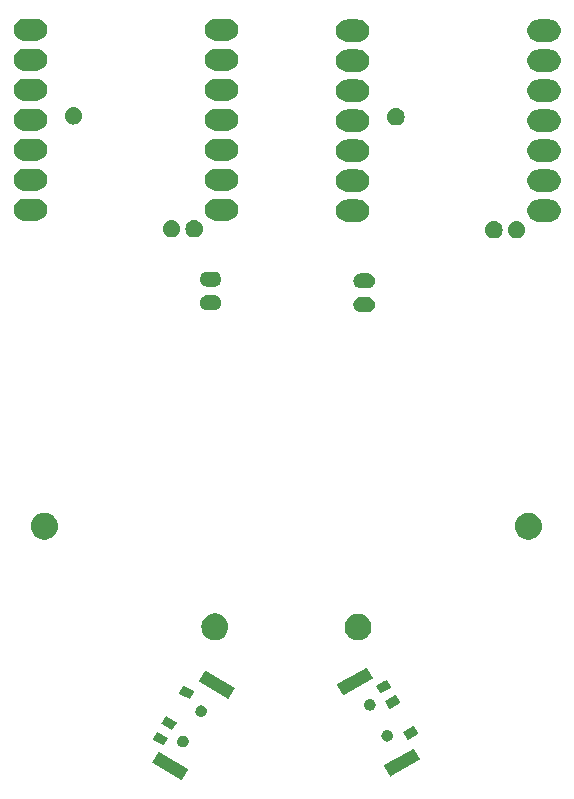
<source format=gbs>
G04 #@! TF.GenerationSoftware,KiCad,Pcbnew,8.0.7*
G04 #@! TF.CreationDate,2025-01-01T00:14:10+01:00*
G04 #@! TF.ProjectId,corne-xiao,636f726e-652d-4786-9961-6f2e6b696361,1.1*
G04 #@! TF.SameCoordinates,Original*
G04 #@! TF.FileFunction,Soldermask,Bot*
G04 #@! TF.FilePolarity,Negative*
%FSLAX46Y46*%
G04 Gerber Fmt 4.6, Leading zero omitted, Abs format (unit mm)*
G04 Created by KiCad (PCBNEW 8.0.7) date 2025-01-01 00:14:10*
%MOMM*%
%LPD*%
G01*
G04 APERTURE LIST*
G04 APERTURE END LIST*
G36*
X138880731Y-93670681D02*
G01*
X141305603Y-95070681D01*
X141316750Y-95080458D01*
X141323308Y-95093755D01*
X141324277Y-95108550D01*
X141319512Y-95122590D01*
X140819512Y-95988616D01*
X140809735Y-95999763D01*
X140796438Y-96006321D01*
X140781643Y-96007290D01*
X140767603Y-96002525D01*
X138342731Y-94602525D01*
X138331584Y-94592748D01*
X138325026Y-94579451D01*
X138324057Y-94564656D01*
X138328822Y-94550616D01*
X138828822Y-93684590D01*
X138838599Y-93673443D01*
X138851896Y-93666885D01*
X138866691Y-93665916D01*
X138880731Y-93670681D01*
G37*
G36*
X160423104Y-93378581D02*
G01*
X160436401Y-93385139D01*
X160446178Y-93396286D01*
X160946178Y-94262312D01*
X160950943Y-94276352D01*
X160949974Y-94291147D01*
X160943416Y-94304444D01*
X160932269Y-94314221D01*
X158507397Y-95714221D01*
X158493357Y-95718986D01*
X158478562Y-95718017D01*
X158465265Y-95711459D01*
X158455488Y-95700312D01*
X157955488Y-94834286D01*
X157950723Y-94820246D01*
X157951692Y-94805451D01*
X157958250Y-94792154D01*
X157969397Y-94782377D01*
X159938597Y-93645459D01*
X160388726Y-93385577D01*
X160388727Y-93385576D01*
X160394269Y-93382377D01*
X160408309Y-93377612D01*
X160423104Y-93378581D01*
G37*
G36*
X140946037Y-92268410D02*
G01*
X140982014Y-92268410D01*
X141011257Y-92276996D01*
X141038724Y-92280613D01*
X141075619Y-92295895D01*
X141115287Y-92307543D01*
X141136224Y-92320998D01*
X141156283Y-92329307D01*
X141193037Y-92357510D01*
X141232136Y-92382637D01*
X141244741Y-92397183D01*
X141257235Y-92406771D01*
X141289625Y-92448983D01*
X141323096Y-92487610D01*
X141328728Y-92499942D01*
X141334699Y-92507724D01*
X141358272Y-92564635D01*
X141380797Y-92613958D01*
X141381910Y-92621704D01*
X141383393Y-92625283D01*
X141393907Y-92705146D01*
X141400564Y-92751443D01*
X141393907Y-92797739D01*
X141383393Y-92877603D01*
X141381910Y-92881181D01*
X141380797Y-92888928D01*
X141358272Y-92938250D01*
X141334699Y-92995162D01*
X141328728Y-93002943D01*
X141323096Y-93015276D01*
X141289621Y-93053907D01*
X141257235Y-93096114D01*
X141244743Y-93105699D01*
X141232136Y-93120249D01*
X141193029Y-93145381D01*
X141156283Y-93173578D01*
X141136228Y-93181884D01*
X141115287Y-93195343D01*
X141075610Y-93206993D01*
X141038724Y-93222272D01*
X141011263Y-93225887D01*
X140982014Y-93234476D01*
X140946029Y-93234476D01*
X140912564Y-93238882D01*
X140879098Y-93234476D01*
X140843114Y-93234476D01*
X140813864Y-93225887D01*
X140786403Y-93222272D01*
X140749513Y-93206992D01*
X140709841Y-93195343D01*
X140688901Y-93181885D01*
X140668844Y-93173578D01*
X140632092Y-93145377D01*
X140592992Y-93120249D01*
X140580386Y-93105701D01*
X140567892Y-93096114D01*
X140535497Y-93053896D01*
X140502032Y-93015276D01*
X140496401Y-93002946D01*
X140490428Y-92995162D01*
X140466844Y-92938226D01*
X140444331Y-92888928D01*
X140443217Y-92881185D01*
X140441734Y-92877603D01*
X140431208Y-92797657D01*
X140424564Y-92751443D01*
X140431208Y-92705228D01*
X140441734Y-92625283D01*
X140443217Y-92621700D01*
X140444331Y-92613958D01*
X140466844Y-92564659D01*
X140490428Y-92507724D01*
X140496401Y-92499939D01*
X140502032Y-92487610D01*
X140535493Y-92448993D01*
X140567892Y-92406771D01*
X140580388Y-92397181D01*
X140592992Y-92382637D01*
X140632088Y-92357511D01*
X140668845Y-92329307D01*
X140688903Y-92320998D01*
X140709841Y-92307543D01*
X140749508Y-92295895D01*
X140786404Y-92280613D01*
X140813870Y-92276996D01*
X140843114Y-92268410D01*
X140879091Y-92268410D01*
X140912564Y-92264003D01*
X140946037Y-92268410D01*
G37*
G36*
X138739706Y-91914944D02*
G01*
X139605732Y-92414944D01*
X139616879Y-92424721D01*
X139623437Y-92438018D01*
X139624406Y-92452813D01*
X139619641Y-92466853D01*
X139269641Y-93073071D01*
X139259864Y-93084218D01*
X139246567Y-93090776D01*
X139231772Y-93091745D01*
X139217732Y-93086980D01*
X138351706Y-92586980D01*
X138340559Y-92577203D01*
X138334001Y-92563906D01*
X138333032Y-92549111D01*
X138337797Y-92535071D01*
X138687797Y-91928853D01*
X138697574Y-91917706D01*
X138710871Y-91911148D01*
X138725666Y-91910179D01*
X138739706Y-91914944D01*
G37*
G36*
X158227607Y-91788600D02*
G01*
X158263584Y-91788600D01*
X158292827Y-91797186D01*
X158320294Y-91800803D01*
X158357189Y-91816085D01*
X158396857Y-91827733D01*
X158417794Y-91841188D01*
X158437853Y-91849497D01*
X158474607Y-91877700D01*
X158513706Y-91902827D01*
X158526311Y-91917373D01*
X158538805Y-91926961D01*
X158571195Y-91969173D01*
X158604666Y-92007800D01*
X158610298Y-92020132D01*
X158616269Y-92027914D01*
X158639842Y-92084825D01*
X158662367Y-92134148D01*
X158663480Y-92141894D01*
X158664963Y-92145473D01*
X158675477Y-92225336D01*
X158682134Y-92271633D01*
X158675477Y-92317929D01*
X158664963Y-92397793D01*
X158663480Y-92401371D01*
X158662367Y-92409118D01*
X158639842Y-92458440D01*
X158616269Y-92515352D01*
X158610298Y-92523133D01*
X158604666Y-92535466D01*
X158571191Y-92574097D01*
X158538805Y-92616304D01*
X158526313Y-92625889D01*
X158513706Y-92640439D01*
X158474599Y-92665571D01*
X158437853Y-92693768D01*
X158417798Y-92702074D01*
X158396857Y-92715533D01*
X158357180Y-92727183D01*
X158320294Y-92742462D01*
X158292833Y-92746077D01*
X158263584Y-92754666D01*
X158227599Y-92754666D01*
X158194134Y-92759072D01*
X158160668Y-92754666D01*
X158124684Y-92754666D01*
X158095434Y-92746077D01*
X158067973Y-92742462D01*
X158031083Y-92727182D01*
X157991411Y-92715533D01*
X157970471Y-92702075D01*
X157950414Y-92693768D01*
X157913662Y-92665567D01*
X157874562Y-92640439D01*
X157861956Y-92625891D01*
X157849462Y-92616304D01*
X157817067Y-92574086D01*
X157783602Y-92535466D01*
X157777971Y-92523136D01*
X157771998Y-92515352D01*
X157748414Y-92458416D01*
X157725901Y-92409118D01*
X157724787Y-92401375D01*
X157723304Y-92397793D01*
X157712778Y-92317847D01*
X157706134Y-92271633D01*
X157712778Y-92225418D01*
X157723304Y-92145473D01*
X157724787Y-92141890D01*
X157725901Y-92134148D01*
X157748414Y-92084849D01*
X157771998Y-92027914D01*
X157777971Y-92020129D01*
X157783602Y-92007800D01*
X157817063Y-91969183D01*
X157849462Y-91926961D01*
X157861958Y-91917371D01*
X157874562Y-91902827D01*
X157913658Y-91877701D01*
X157950415Y-91849497D01*
X157970473Y-91841188D01*
X157991411Y-91827733D01*
X158031078Y-91816085D01*
X158067974Y-91800803D01*
X158095440Y-91797186D01*
X158124684Y-91788600D01*
X158160661Y-91788600D01*
X158194134Y-91784193D01*
X158227607Y-91788600D01*
G37*
G36*
X160439129Y-91406338D02*
G01*
X160452426Y-91412896D01*
X160462203Y-91424043D01*
X160812203Y-92030261D01*
X160816968Y-92044301D01*
X160815999Y-92059096D01*
X160809441Y-92072393D01*
X160798294Y-92082170D01*
X159932268Y-92582170D01*
X159918228Y-92586935D01*
X159903433Y-92585966D01*
X159890136Y-92579408D01*
X159880359Y-92568261D01*
X159530359Y-91962043D01*
X159525594Y-91948003D01*
X159526563Y-91933208D01*
X159533121Y-91919911D01*
X159544268Y-91910134D01*
X160130201Y-91571845D01*
X160404754Y-91413332D01*
X160404756Y-91413331D01*
X160410294Y-91410134D01*
X160424334Y-91405369D01*
X160439129Y-91406338D01*
G37*
G36*
X139489706Y-90615906D02*
G01*
X140355732Y-91115906D01*
X140366879Y-91125683D01*
X140373437Y-91138980D01*
X140374406Y-91153775D01*
X140369641Y-91167815D01*
X140019641Y-91774033D01*
X140009864Y-91785180D01*
X139996567Y-91791738D01*
X139981772Y-91792707D01*
X139967732Y-91787942D01*
X139101706Y-91287942D01*
X139090559Y-91278165D01*
X139084001Y-91264868D01*
X139083032Y-91250073D01*
X139087797Y-91236033D01*
X139437797Y-90629815D01*
X139447574Y-90618668D01*
X139460871Y-90612110D01*
X139475666Y-90611141D01*
X139489706Y-90615906D01*
G37*
G36*
X142489339Y-89695334D02*
G01*
X142525316Y-89695334D01*
X142554559Y-89703920D01*
X142582026Y-89707537D01*
X142618921Y-89722819D01*
X142658589Y-89734467D01*
X142679526Y-89747922D01*
X142699585Y-89756231D01*
X142736339Y-89784434D01*
X142775438Y-89809561D01*
X142788043Y-89824107D01*
X142800537Y-89833695D01*
X142832927Y-89875907D01*
X142866398Y-89914534D01*
X142872030Y-89926866D01*
X142878001Y-89934648D01*
X142901574Y-89991559D01*
X142924099Y-90040882D01*
X142925212Y-90048628D01*
X142926695Y-90052207D01*
X142937209Y-90132070D01*
X142943866Y-90178367D01*
X142937209Y-90224663D01*
X142926695Y-90304527D01*
X142925212Y-90308105D01*
X142924099Y-90315852D01*
X142901574Y-90365174D01*
X142878001Y-90422086D01*
X142872030Y-90429867D01*
X142866398Y-90442200D01*
X142832923Y-90480831D01*
X142800537Y-90523038D01*
X142788045Y-90532623D01*
X142775438Y-90547173D01*
X142736331Y-90572305D01*
X142699585Y-90600502D01*
X142679530Y-90608808D01*
X142658589Y-90622267D01*
X142618912Y-90633917D01*
X142582026Y-90649196D01*
X142554565Y-90652811D01*
X142525316Y-90661400D01*
X142489331Y-90661400D01*
X142455866Y-90665806D01*
X142422400Y-90661400D01*
X142386416Y-90661400D01*
X142357166Y-90652811D01*
X142329705Y-90649196D01*
X142292815Y-90633916D01*
X142253143Y-90622267D01*
X142232203Y-90608809D01*
X142212146Y-90600502D01*
X142175394Y-90572301D01*
X142136294Y-90547173D01*
X142123688Y-90532625D01*
X142111194Y-90523038D01*
X142078799Y-90480820D01*
X142045334Y-90442200D01*
X142039703Y-90429870D01*
X142033730Y-90422086D01*
X142010146Y-90365150D01*
X141987633Y-90315852D01*
X141986519Y-90308109D01*
X141985036Y-90304527D01*
X141974510Y-90224581D01*
X141967866Y-90178367D01*
X141974510Y-90132152D01*
X141985036Y-90052207D01*
X141986519Y-90048624D01*
X141987633Y-90040882D01*
X142010146Y-89991583D01*
X142033730Y-89934648D01*
X142039703Y-89926863D01*
X142045334Y-89914534D01*
X142078795Y-89875917D01*
X142111194Y-89833695D01*
X142123690Y-89824105D01*
X142136294Y-89809561D01*
X142175390Y-89784435D01*
X142212147Y-89756231D01*
X142232205Y-89747922D01*
X142253143Y-89734467D01*
X142292810Y-89722819D01*
X142329706Y-89707537D01*
X142357172Y-89703920D01*
X142386416Y-89695334D01*
X142422393Y-89695334D01*
X142455866Y-89690927D01*
X142489339Y-89695334D01*
G37*
G36*
X156770909Y-89165524D02*
G01*
X156806886Y-89165524D01*
X156836129Y-89174110D01*
X156863596Y-89177727D01*
X156900491Y-89193009D01*
X156940159Y-89204657D01*
X156961096Y-89218112D01*
X156981155Y-89226421D01*
X157017909Y-89254624D01*
X157057008Y-89279751D01*
X157069613Y-89294297D01*
X157082107Y-89303885D01*
X157114497Y-89346097D01*
X157147968Y-89384724D01*
X157153600Y-89397056D01*
X157159571Y-89404838D01*
X157183144Y-89461749D01*
X157205669Y-89511072D01*
X157206782Y-89518818D01*
X157208265Y-89522397D01*
X157218779Y-89602260D01*
X157225436Y-89648557D01*
X157218779Y-89694853D01*
X157208265Y-89774717D01*
X157206782Y-89778295D01*
X157205669Y-89786042D01*
X157183144Y-89835364D01*
X157159571Y-89892276D01*
X157153600Y-89900057D01*
X157147968Y-89912390D01*
X157114493Y-89951021D01*
X157082107Y-89993228D01*
X157069615Y-90002813D01*
X157057008Y-90017363D01*
X157017901Y-90042495D01*
X156981155Y-90070692D01*
X156961100Y-90078998D01*
X156940159Y-90092457D01*
X156900482Y-90104107D01*
X156863596Y-90119386D01*
X156836135Y-90123001D01*
X156806886Y-90131590D01*
X156770901Y-90131590D01*
X156737436Y-90135996D01*
X156703970Y-90131590D01*
X156667986Y-90131590D01*
X156638736Y-90123001D01*
X156611275Y-90119386D01*
X156574385Y-90104106D01*
X156534713Y-90092457D01*
X156513773Y-90078999D01*
X156493716Y-90070692D01*
X156456964Y-90042491D01*
X156417864Y-90017363D01*
X156405258Y-90002815D01*
X156392764Y-89993228D01*
X156360369Y-89951010D01*
X156326904Y-89912390D01*
X156321273Y-89900060D01*
X156315300Y-89892276D01*
X156291716Y-89835340D01*
X156269203Y-89786042D01*
X156268089Y-89778299D01*
X156266606Y-89774717D01*
X156256080Y-89694771D01*
X156249436Y-89648557D01*
X156256080Y-89602342D01*
X156266606Y-89522397D01*
X156268089Y-89518814D01*
X156269203Y-89511072D01*
X156291716Y-89461773D01*
X156315300Y-89404838D01*
X156321273Y-89397053D01*
X156326904Y-89384724D01*
X156360365Y-89346107D01*
X156392764Y-89303885D01*
X156405260Y-89294295D01*
X156417864Y-89279751D01*
X156456960Y-89254625D01*
X156493717Y-89226421D01*
X156513775Y-89218112D01*
X156534713Y-89204657D01*
X156574380Y-89193009D01*
X156611276Y-89177727D01*
X156638742Y-89174110D01*
X156667986Y-89165524D01*
X156703963Y-89165524D01*
X156737436Y-89161117D01*
X156770909Y-89165524D01*
G37*
G36*
X158939129Y-88808262D02*
G01*
X158952426Y-88814820D01*
X158962203Y-88825967D01*
X159312203Y-89432185D01*
X159316968Y-89446225D01*
X159315999Y-89461020D01*
X159309441Y-89474317D01*
X159298294Y-89484094D01*
X158432268Y-89984094D01*
X158418228Y-89988859D01*
X158403433Y-89987890D01*
X158390136Y-89981332D01*
X158380359Y-89970185D01*
X158030359Y-89363967D01*
X158025594Y-89349927D01*
X158026563Y-89335132D01*
X158033121Y-89321835D01*
X158044268Y-89312058D01*
X158630201Y-88973769D01*
X158904754Y-88815256D01*
X158904756Y-88815255D01*
X158910294Y-88812058D01*
X158924334Y-88807293D01*
X158939129Y-88808262D01*
G37*
G36*
X140989706Y-88017830D02*
G01*
X141855732Y-88517830D01*
X141866879Y-88527607D01*
X141873437Y-88540904D01*
X141874406Y-88555699D01*
X141869641Y-88569739D01*
X141519641Y-89175957D01*
X141509864Y-89187104D01*
X141496567Y-89193662D01*
X141481772Y-89194631D01*
X141467732Y-89189866D01*
X140601706Y-88689866D01*
X140590559Y-88680089D01*
X140584001Y-88666792D01*
X140583032Y-88651997D01*
X140587797Y-88637957D01*
X140937797Y-88031739D01*
X140947574Y-88020592D01*
X140960871Y-88014034D01*
X140975666Y-88013065D01*
X140989706Y-88017830D01*
G37*
G36*
X142855731Y-86785779D02*
G01*
X145280603Y-88185779D01*
X145291750Y-88195556D01*
X145298308Y-88208853D01*
X145299277Y-88223648D01*
X145294512Y-88237688D01*
X144794512Y-89103714D01*
X144784735Y-89114861D01*
X144771438Y-89121419D01*
X144756643Y-89122388D01*
X144742603Y-89117623D01*
X142317731Y-87717623D01*
X142306584Y-87707846D01*
X142300026Y-87694549D01*
X142299057Y-87679754D01*
X142303822Y-87665714D01*
X142803822Y-86799688D01*
X142813599Y-86788541D01*
X142826896Y-86781983D01*
X142841691Y-86781014D01*
X142855731Y-86785779D01*
G37*
G36*
X156448104Y-86493679D02*
G01*
X156461401Y-86500237D01*
X156471178Y-86511384D01*
X156971178Y-87377410D01*
X156975943Y-87391450D01*
X156974974Y-87406245D01*
X156968416Y-87419542D01*
X156957269Y-87429319D01*
X154532397Y-88829319D01*
X154518357Y-88834084D01*
X154503562Y-88833115D01*
X154490265Y-88826557D01*
X154480488Y-88815410D01*
X153980488Y-87949384D01*
X153975723Y-87935344D01*
X153976692Y-87920549D01*
X153983250Y-87907252D01*
X153994397Y-87897475D01*
X155963597Y-86760557D01*
X156413726Y-86500675D01*
X156413727Y-86500674D01*
X156419269Y-86497475D01*
X156433309Y-86492710D01*
X156448104Y-86493679D01*
G37*
G36*
X158189129Y-87509224D02*
G01*
X158202426Y-87515782D01*
X158212203Y-87526929D01*
X158562203Y-88133147D01*
X158566968Y-88147187D01*
X158565999Y-88161982D01*
X158559441Y-88175279D01*
X158548294Y-88185056D01*
X157682268Y-88685056D01*
X157668228Y-88689821D01*
X157653433Y-88688852D01*
X157640136Y-88682294D01*
X157630359Y-88671147D01*
X157280359Y-88064929D01*
X157275594Y-88050889D01*
X157276563Y-88036094D01*
X157283121Y-88022797D01*
X157294268Y-88013020D01*
X157905419Y-87660172D01*
X158154754Y-87516218D01*
X158154756Y-87516217D01*
X158160294Y-87513020D01*
X158174334Y-87508255D01*
X158189129Y-87509224D01*
G37*
G36*
X156042328Y-81960442D02*
G01*
X156238150Y-82036304D01*
X156416698Y-82146856D01*
X156571892Y-82288334D01*
X156698447Y-82455920D01*
X156792053Y-82643907D01*
X156849523Y-82845893D01*
X156868900Y-83055000D01*
X156849523Y-83264107D01*
X156792053Y-83466093D01*
X156698447Y-83654080D01*
X156571892Y-83821666D01*
X156416698Y-83963144D01*
X156238150Y-84073696D01*
X156042328Y-84149558D01*
X155835901Y-84188145D01*
X155625899Y-84188145D01*
X155419472Y-84149558D01*
X155223650Y-84073696D01*
X155045102Y-83963144D01*
X154889908Y-83821666D01*
X154763353Y-83654080D01*
X154669747Y-83466093D01*
X154612277Y-83264107D01*
X154592900Y-83055000D01*
X154612277Y-82845893D01*
X154669747Y-82643907D01*
X154763353Y-82455920D01*
X154889908Y-82288334D01*
X155045102Y-82146856D01*
X155223650Y-82036304D01*
X155419472Y-81960442D01*
X155625899Y-81921855D01*
X155835901Y-81921855D01*
X156042328Y-81960442D01*
G37*
G36*
X143925328Y-81950442D02*
G01*
X144121150Y-82026304D01*
X144299698Y-82136856D01*
X144454892Y-82278334D01*
X144581447Y-82445920D01*
X144675053Y-82633907D01*
X144732523Y-82835893D01*
X144751900Y-83045000D01*
X144732523Y-83254107D01*
X144675053Y-83456093D01*
X144581447Y-83644080D01*
X144454892Y-83811666D01*
X144299698Y-83953144D01*
X144121150Y-84063696D01*
X143925328Y-84139558D01*
X143718901Y-84178145D01*
X143508899Y-84178145D01*
X143302472Y-84139558D01*
X143106650Y-84063696D01*
X142928102Y-83953144D01*
X142772908Y-83811666D01*
X142646353Y-83644080D01*
X142552747Y-83456093D01*
X142495277Y-83254107D01*
X142475900Y-83045000D01*
X142495277Y-82835893D01*
X142552747Y-82633907D01*
X142646353Y-82445920D01*
X142772908Y-82278334D01*
X142928102Y-82136856D01*
X143106650Y-82026304D01*
X143302472Y-81950442D01*
X143508899Y-81911855D01*
X143718901Y-81911855D01*
X143925328Y-81950442D01*
G37*
G36*
X170474328Y-73439442D02*
G01*
X170670150Y-73515304D01*
X170848698Y-73625856D01*
X171003892Y-73767334D01*
X171130447Y-73934920D01*
X171224053Y-74122907D01*
X171281523Y-74324893D01*
X171300900Y-74534000D01*
X171281523Y-74743107D01*
X171224053Y-74945093D01*
X171130447Y-75133080D01*
X171003892Y-75300666D01*
X170848698Y-75442144D01*
X170670150Y-75552696D01*
X170474328Y-75628558D01*
X170267901Y-75667145D01*
X170057899Y-75667145D01*
X169851472Y-75628558D01*
X169655650Y-75552696D01*
X169477102Y-75442144D01*
X169321908Y-75300666D01*
X169195353Y-75133080D01*
X169101747Y-74945093D01*
X169044277Y-74743107D01*
X169024900Y-74534000D01*
X169044277Y-74324893D01*
X169101747Y-74122907D01*
X169195353Y-73934920D01*
X169321908Y-73767334D01*
X169477102Y-73625856D01*
X169655650Y-73515304D01*
X169851472Y-73439442D01*
X170057899Y-73400855D01*
X170267901Y-73400855D01*
X170474328Y-73439442D01*
G37*
G36*
X129493328Y-73429442D02*
G01*
X129689150Y-73505304D01*
X129867698Y-73615856D01*
X130022892Y-73757334D01*
X130149447Y-73924920D01*
X130243053Y-74112907D01*
X130300523Y-74314893D01*
X130319900Y-74524000D01*
X130300523Y-74733107D01*
X130243053Y-74935093D01*
X130149447Y-75123080D01*
X130022892Y-75290666D01*
X129867698Y-75432144D01*
X129689150Y-75542696D01*
X129493328Y-75618558D01*
X129286901Y-75657145D01*
X129076899Y-75657145D01*
X128870472Y-75618558D01*
X128674650Y-75542696D01*
X128496102Y-75432144D01*
X128340908Y-75290666D01*
X128214353Y-75123080D01*
X128120747Y-74935093D01*
X128063277Y-74733107D01*
X128043900Y-74524000D01*
X128063277Y-74314893D01*
X128120747Y-74112907D01*
X128214353Y-73924920D01*
X128340908Y-73757334D01*
X128496102Y-73615856D01*
X128674650Y-73505304D01*
X128870472Y-73429442D01*
X129076899Y-73390855D01*
X129286901Y-73390855D01*
X129493328Y-73429442D01*
G37*
G36*
X156597535Y-55105072D02*
G01*
X156720202Y-55129472D01*
X156835751Y-55177334D01*
X156939743Y-55246819D01*
X157028181Y-55335257D01*
X157097666Y-55439249D01*
X157145528Y-55554798D01*
X157169928Y-55677465D01*
X157169928Y-55802535D01*
X157145528Y-55925202D01*
X157097666Y-56040751D01*
X157028181Y-56144743D01*
X156939743Y-56233181D01*
X156835751Y-56302666D01*
X156720202Y-56350528D01*
X156597535Y-56374928D01*
X156535000Y-56378000D01*
X156533399Y-56378000D01*
X155986601Y-56378000D01*
X155985000Y-56378000D01*
X155922465Y-56374928D01*
X155799798Y-56350528D01*
X155684249Y-56302666D01*
X155580257Y-56233181D01*
X155491819Y-56144743D01*
X155422334Y-56040751D01*
X155374472Y-55925202D01*
X155350072Y-55802535D01*
X155350072Y-55677465D01*
X155374472Y-55554798D01*
X155422334Y-55439249D01*
X155491819Y-55335257D01*
X155580257Y-55246819D01*
X155684249Y-55177334D01*
X155799798Y-55129472D01*
X155922465Y-55105072D01*
X155985000Y-55102000D01*
X156535000Y-55102000D01*
X156597535Y-55105072D01*
G37*
G36*
X143587535Y-54965072D02*
G01*
X143710202Y-54989472D01*
X143825751Y-55037334D01*
X143929743Y-55106819D01*
X144018181Y-55195257D01*
X144087666Y-55299249D01*
X144135528Y-55414798D01*
X144159928Y-55537465D01*
X144159928Y-55662535D01*
X144135528Y-55785202D01*
X144087666Y-55900751D01*
X144018181Y-56004743D01*
X143929743Y-56093181D01*
X143825751Y-56162666D01*
X143710202Y-56210528D01*
X143587535Y-56234928D01*
X143525000Y-56238000D01*
X143523399Y-56238000D01*
X142976601Y-56238000D01*
X142975000Y-56238000D01*
X142912465Y-56234928D01*
X142789798Y-56210528D01*
X142674249Y-56162666D01*
X142570257Y-56093181D01*
X142481819Y-56004743D01*
X142412334Y-55900751D01*
X142364472Y-55785202D01*
X142340072Y-55662535D01*
X142340072Y-55537465D01*
X142364472Y-55414798D01*
X142412334Y-55299249D01*
X142481819Y-55195257D01*
X142570257Y-55106819D01*
X142674249Y-55037334D01*
X142789798Y-54989472D01*
X142912465Y-54965072D01*
X142975000Y-54962000D01*
X143525000Y-54962000D01*
X143587535Y-54965072D01*
G37*
G36*
X156597535Y-53105072D02*
G01*
X156720202Y-53129472D01*
X156835751Y-53177334D01*
X156939743Y-53246819D01*
X157028181Y-53335257D01*
X157097666Y-53439249D01*
X157145528Y-53554798D01*
X157169928Y-53677465D01*
X157169928Y-53802535D01*
X157145528Y-53925202D01*
X157097666Y-54040751D01*
X157028181Y-54144743D01*
X156939743Y-54233181D01*
X156835751Y-54302666D01*
X156720202Y-54350528D01*
X156597535Y-54374928D01*
X156535000Y-54378000D01*
X156533399Y-54378000D01*
X155986601Y-54378000D01*
X155985000Y-54378000D01*
X155922465Y-54374928D01*
X155799798Y-54350528D01*
X155684249Y-54302666D01*
X155580257Y-54233181D01*
X155491819Y-54144743D01*
X155422334Y-54040751D01*
X155374472Y-53925202D01*
X155350072Y-53802535D01*
X155350072Y-53677465D01*
X155374472Y-53554798D01*
X155422334Y-53439249D01*
X155491819Y-53335257D01*
X155580257Y-53246819D01*
X155684249Y-53177334D01*
X155799798Y-53129472D01*
X155922465Y-53105072D01*
X155985000Y-53102000D01*
X156535000Y-53102000D01*
X156597535Y-53105072D01*
G37*
G36*
X143587535Y-52965072D02*
G01*
X143710202Y-52989472D01*
X143825751Y-53037334D01*
X143929743Y-53106819D01*
X144018181Y-53195257D01*
X144087666Y-53299249D01*
X144135528Y-53414798D01*
X144159928Y-53537465D01*
X144159928Y-53662535D01*
X144135528Y-53785202D01*
X144087666Y-53900751D01*
X144018181Y-54004743D01*
X143929743Y-54093181D01*
X143825751Y-54162666D01*
X143710202Y-54210528D01*
X143587535Y-54234928D01*
X143525000Y-54238000D01*
X143523399Y-54238000D01*
X142976601Y-54238000D01*
X142975000Y-54238000D01*
X142912465Y-54234928D01*
X142789798Y-54210528D01*
X142674249Y-54162666D01*
X142570257Y-54093181D01*
X142481819Y-54004743D01*
X142412334Y-53900751D01*
X142364472Y-53785202D01*
X142340072Y-53662535D01*
X142340072Y-53537465D01*
X142364472Y-53414798D01*
X142412334Y-53299249D01*
X142481819Y-53195257D01*
X142570257Y-53106819D01*
X142674249Y-53037334D01*
X142789798Y-52989472D01*
X142912465Y-52965072D01*
X142975000Y-52962000D01*
X143525000Y-52962000D01*
X143587535Y-52965072D01*
G37*
G36*
X167403987Y-48704566D02*
G01*
X167559655Y-48759036D01*
X167699300Y-48846781D01*
X167815919Y-48963400D01*
X167903664Y-49103045D01*
X167958134Y-49258713D01*
X167976600Y-49422600D01*
X167958134Y-49586487D01*
X167903664Y-49742155D01*
X167815919Y-49881800D01*
X167699300Y-49998419D01*
X167559655Y-50086164D01*
X167403987Y-50140634D01*
X167240100Y-50159100D01*
X167076213Y-50140634D01*
X166920545Y-50086164D01*
X166780900Y-49998419D01*
X166664281Y-49881800D01*
X166576536Y-49742155D01*
X166522066Y-49586487D01*
X166503600Y-49422600D01*
X166522066Y-49258713D01*
X166576536Y-49103045D01*
X166664281Y-48963400D01*
X166780900Y-48846781D01*
X166920545Y-48759036D01*
X167076213Y-48704566D01*
X167240100Y-48686100D01*
X167403987Y-48704566D01*
G37*
G36*
X169308987Y-48704566D02*
G01*
X169464655Y-48759036D01*
X169604300Y-48846781D01*
X169720919Y-48963400D01*
X169808664Y-49103045D01*
X169863134Y-49258713D01*
X169881600Y-49422600D01*
X169863134Y-49586487D01*
X169808664Y-49742155D01*
X169720919Y-49881800D01*
X169604300Y-49998419D01*
X169464655Y-50086164D01*
X169308987Y-50140634D01*
X169145100Y-50159100D01*
X168981213Y-50140634D01*
X168825545Y-50086164D01*
X168685900Y-49998419D01*
X168569281Y-49881800D01*
X168481536Y-49742155D01*
X168427066Y-49586487D01*
X168408600Y-49422600D01*
X168427066Y-49258713D01*
X168481536Y-49103045D01*
X168569281Y-48963400D01*
X168685900Y-48846781D01*
X168825545Y-48759036D01*
X168981213Y-48704566D01*
X169145100Y-48686100D01*
X169308987Y-48704566D01*
G37*
G36*
X140108987Y-48624566D02*
G01*
X140264655Y-48679036D01*
X140404300Y-48766781D01*
X140520919Y-48883400D01*
X140608664Y-49023045D01*
X140663134Y-49178713D01*
X140681600Y-49342600D01*
X140663134Y-49506487D01*
X140608664Y-49662155D01*
X140520919Y-49801800D01*
X140404300Y-49918419D01*
X140264655Y-50006164D01*
X140108987Y-50060634D01*
X139945100Y-50079100D01*
X139781213Y-50060634D01*
X139625545Y-50006164D01*
X139485900Y-49918419D01*
X139369281Y-49801800D01*
X139281536Y-49662155D01*
X139227066Y-49506487D01*
X139208600Y-49342600D01*
X139227066Y-49178713D01*
X139281536Y-49023045D01*
X139369281Y-48883400D01*
X139485900Y-48766781D01*
X139625545Y-48679036D01*
X139781213Y-48624566D01*
X139945100Y-48606100D01*
X140108987Y-48624566D01*
G37*
G36*
X142013987Y-48624566D02*
G01*
X142169655Y-48679036D01*
X142309300Y-48766781D01*
X142425919Y-48883400D01*
X142513664Y-49023045D01*
X142568134Y-49178713D01*
X142586600Y-49342600D01*
X142568134Y-49506487D01*
X142513664Y-49662155D01*
X142425919Y-49801800D01*
X142309300Y-49918419D01*
X142169655Y-50006164D01*
X142013987Y-50060634D01*
X141850100Y-50079100D01*
X141686213Y-50060634D01*
X141530545Y-50006164D01*
X141390900Y-49918419D01*
X141274281Y-49801800D01*
X141186536Y-49662155D01*
X141132066Y-49506487D01*
X141113600Y-49342600D01*
X141132066Y-49178713D01*
X141186536Y-49023045D01*
X141274281Y-48883400D01*
X141390900Y-48766781D01*
X141530545Y-48679036D01*
X141686213Y-48624566D01*
X141850100Y-48606100D01*
X142013987Y-48624566D01*
G37*
G36*
X155851240Y-46863517D02*
G01*
X156031587Y-46899390D01*
X156201470Y-46969758D01*
X156354361Y-47071916D01*
X156484384Y-47201939D01*
X156586542Y-47354830D01*
X156656910Y-47524713D01*
X156692783Y-47705060D01*
X156692783Y-47888940D01*
X156656910Y-48069287D01*
X156586542Y-48239170D01*
X156484384Y-48392061D01*
X156354361Y-48522084D01*
X156201470Y-48624242D01*
X156031587Y-48694610D01*
X155851240Y-48730483D01*
X155759300Y-48735000D01*
X155757698Y-48735000D01*
X154810902Y-48735000D01*
X154809300Y-48735000D01*
X154717360Y-48730483D01*
X154537013Y-48694610D01*
X154367130Y-48624242D01*
X154214239Y-48522084D01*
X154084216Y-48392061D01*
X153982058Y-48239170D01*
X153911690Y-48069287D01*
X153875817Y-47888940D01*
X153875817Y-47705060D01*
X153911690Y-47524713D01*
X153982058Y-47354830D01*
X154084216Y-47201939D01*
X154214239Y-47071916D01*
X154367130Y-46969758D01*
X154537013Y-46899390D01*
X154717360Y-46863517D01*
X154809300Y-46859000D01*
X155759300Y-46859000D01*
X155851240Y-46863517D01*
G37*
G36*
X172041240Y-46863517D02*
G01*
X172221587Y-46899390D01*
X172391470Y-46969758D01*
X172544361Y-47071916D01*
X172674384Y-47201939D01*
X172776542Y-47354830D01*
X172846910Y-47524713D01*
X172882783Y-47705060D01*
X172882783Y-47888940D01*
X172846910Y-48069287D01*
X172776542Y-48239170D01*
X172674384Y-48392061D01*
X172544361Y-48522084D01*
X172391470Y-48624242D01*
X172221587Y-48694610D01*
X172041240Y-48730483D01*
X171949300Y-48735000D01*
X171947698Y-48735000D01*
X171000902Y-48735000D01*
X170999300Y-48735000D01*
X170907360Y-48730483D01*
X170727013Y-48694610D01*
X170557130Y-48624242D01*
X170404239Y-48522084D01*
X170274216Y-48392061D01*
X170172058Y-48239170D01*
X170101690Y-48069287D01*
X170065817Y-47888940D01*
X170065817Y-47705060D01*
X170101690Y-47524713D01*
X170172058Y-47354830D01*
X170274216Y-47201939D01*
X170404239Y-47071916D01*
X170557130Y-46969758D01*
X170727013Y-46899390D01*
X170907360Y-46863517D01*
X170999300Y-46859000D01*
X171949300Y-46859000D01*
X172041240Y-46863517D01*
G37*
G36*
X128556240Y-46783517D02*
G01*
X128736587Y-46819390D01*
X128906470Y-46889758D01*
X129059361Y-46991916D01*
X129189384Y-47121939D01*
X129291542Y-47274830D01*
X129361910Y-47444713D01*
X129397783Y-47625060D01*
X129397783Y-47808940D01*
X129361910Y-47989287D01*
X129291542Y-48159170D01*
X129189384Y-48312061D01*
X129059361Y-48442084D01*
X128906470Y-48544242D01*
X128736587Y-48614610D01*
X128556240Y-48650483D01*
X128464300Y-48655000D01*
X128462698Y-48655000D01*
X127515902Y-48655000D01*
X127514300Y-48655000D01*
X127422360Y-48650483D01*
X127242013Y-48614610D01*
X127072130Y-48544242D01*
X126919239Y-48442084D01*
X126789216Y-48312061D01*
X126687058Y-48159170D01*
X126616690Y-47989287D01*
X126580817Y-47808940D01*
X126580817Y-47625060D01*
X126616690Y-47444713D01*
X126687058Y-47274830D01*
X126789216Y-47121939D01*
X126919239Y-46991916D01*
X127072130Y-46889758D01*
X127242013Y-46819390D01*
X127422360Y-46783517D01*
X127514300Y-46779000D01*
X128464300Y-46779000D01*
X128556240Y-46783517D01*
G37*
G36*
X144746240Y-46783517D02*
G01*
X144926587Y-46819390D01*
X145096470Y-46889758D01*
X145249361Y-46991916D01*
X145379384Y-47121939D01*
X145481542Y-47274830D01*
X145551910Y-47444713D01*
X145587783Y-47625060D01*
X145587783Y-47808940D01*
X145551910Y-47989287D01*
X145481542Y-48159170D01*
X145379384Y-48312061D01*
X145249361Y-48442084D01*
X145096470Y-48544242D01*
X144926587Y-48614610D01*
X144746240Y-48650483D01*
X144654300Y-48655000D01*
X144652698Y-48655000D01*
X143705902Y-48655000D01*
X143704300Y-48655000D01*
X143612360Y-48650483D01*
X143432013Y-48614610D01*
X143262130Y-48544242D01*
X143109239Y-48442084D01*
X142979216Y-48312061D01*
X142877058Y-48159170D01*
X142806690Y-47989287D01*
X142770817Y-47808940D01*
X142770817Y-47625060D01*
X142806690Y-47444713D01*
X142877058Y-47274830D01*
X142979216Y-47121939D01*
X143109239Y-46991916D01*
X143262130Y-46889758D01*
X143432013Y-46819390D01*
X143612360Y-46783517D01*
X143704300Y-46779000D01*
X144654300Y-46779000D01*
X144746240Y-46783517D01*
G37*
G36*
X155851240Y-44323517D02*
G01*
X156031587Y-44359390D01*
X156201470Y-44429758D01*
X156354361Y-44531916D01*
X156484384Y-44661939D01*
X156586542Y-44814830D01*
X156656910Y-44984713D01*
X156692783Y-45165060D01*
X156692783Y-45348940D01*
X156656910Y-45529287D01*
X156586542Y-45699170D01*
X156484384Y-45852061D01*
X156354361Y-45982084D01*
X156201470Y-46084242D01*
X156031587Y-46154610D01*
X155851240Y-46190483D01*
X155759300Y-46195000D01*
X155757698Y-46195000D01*
X154810902Y-46195000D01*
X154809300Y-46195000D01*
X154717360Y-46190483D01*
X154537013Y-46154610D01*
X154367130Y-46084242D01*
X154214239Y-45982084D01*
X154084216Y-45852061D01*
X153982058Y-45699170D01*
X153911690Y-45529287D01*
X153875817Y-45348940D01*
X153875817Y-45165060D01*
X153911690Y-44984713D01*
X153982058Y-44814830D01*
X154084216Y-44661939D01*
X154214239Y-44531916D01*
X154367130Y-44429758D01*
X154537013Y-44359390D01*
X154717360Y-44323517D01*
X154809300Y-44319000D01*
X155759300Y-44319000D01*
X155851240Y-44323517D01*
G37*
G36*
X172041240Y-44323517D02*
G01*
X172221587Y-44359390D01*
X172391470Y-44429758D01*
X172544361Y-44531916D01*
X172674384Y-44661939D01*
X172776542Y-44814830D01*
X172846910Y-44984713D01*
X172882783Y-45165060D01*
X172882783Y-45348940D01*
X172846910Y-45529287D01*
X172776542Y-45699170D01*
X172674384Y-45852061D01*
X172544361Y-45982084D01*
X172391470Y-46084242D01*
X172221587Y-46154610D01*
X172041240Y-46190483D01*
X171949300Y-46195000D01*
X171947698Y-46195000D01*
X171000902Y-46195000D01*
X170999300Y-46195000D01*
X170907360Y-46190483D01*
X170727013Y-46154610D01*
X170557130Y-46084242D01*
X170404239Y-45982084D01*
X170274216Y-45852061D01*
X170172058Y-45699170D01*
X170101690Y-45529287D01*
X170065817Y-45348940D01*
X170065817Y-45165060D01*
X170101690Y-44984713D01*
X170172058Y-44814830D01*
X170274216Y-44661939D01*
X170404239Y-44531916D01*
X170557130Y-44429758D01*
X170727013Y-44359390D01*
X170907360Y-44323517D01*
X170999300Y-44319000D01*
X171949300Y-44319000D01*
X172041240Y-44323517D01*
G37*
G36*
X128556240Y-44243517D02*
G01*
X128736587Y-44279390D01*
X128906470Y-44349758D01*
X129059361Y-44451916D01*
X129189384Y-44581939D01*
X129291542Y-44734830D01*
X129361910Y-44904713D01*
X129397783Y-45085060D01*
X129397783Y-45268940D01*
X129361910Y-45449287D01*
X129291542Y-45619170D01*
X129189384Y-45772061D01*
X129059361Y-45902084D01*
X128906470Y-46004242D01*
X128736587Y-46074610D01*
X128556240Y-46110483D01*
X128464300Y-46115000D01*
X128462698Y-46115000D01*
X127515902Y-46115000D01*
X127514300Y-46115000D01*
X127422360Y-46110483D01*
X127242013Y-46074610D01*
X127072130Y-46004242D01*
X126919239Y-45902084D01*
X126789216Y-45772061D01*
X126687058Y-45619170D01*
X126616690Y-45449287D01*
X126580817Y-45268940D01*
X126580817Y-45085060D01*
X126616690Y-44904713D01*
X126687058Y-44734830D01*
X126789216Y-44581939D01*
X126919239Y-44451916D01*
X127072130Y-44349758D01*
X127242013Y-44279390D01*
X127422360Y-44243517D01*
X127514300Y-44239000D01*
X128464300Y-44239000D01*
X128556240Y-44243517D01*
G37*
G36*
X144746240Y-44243517D02*
G01*
X144926587Y-44279390D01*
X145096470Y-44349758D01*
X145249361Y-44451916D01*
X145379384Y-44581939D01*
X145481542Y-44734830D01*
X145551910Y-44904713D01*
X145587783Y-45085060D01*
X145587783Y-45268940D01*
X145551910Y-45449287D01*
X145481542Y-45619170D01*
X145379384Y-45772061D01*
X145249361Y-45902084D01*
X145096470Y-46004242D01*
X144926587Y-46074610D01*
X144746240Y-46110483D01*
X144654300Y-46115000D01*
X144652698Y-46115000D01*
X143705902Y-46115000D01*
X143704300Y-46115000D01*
X143612360Y-46110483D01*
X143432013Y-46074610D01*
X143262130Y-46004242D01*
X143109239Y-45902084D01*
X142979216Y-45772061D01*
X142877058Y-45619170D01*
X142806690Y-45449287D01*
X142770817Y-45268940D01*
X142770817Y-45085060D01*
X142806690Y-44904713D01*
X142877058Y-44734830D01*
X142979216Y-44581939D01*
X143109239Y-44451916D01*
X143262130Y-44349758D01*
X143432013Y-44279390D01*
X143612360Y-44243517D01*
X143704300Y-44239000D01*
X144654300Y-44239000D01*
X144746240Y-44243517D01*
G37*
G36*
X155851240Y-41783517D02*
G01*
X156031587Y-41819390D01*
X156201470Y-41889758D01*
X156354361Y-41991916D01*
X156484384Y-42121939D01*
X156586542Y-42274830D01*
X156656910Y-42444713D01*
X156692783Y-42625060D01*
X156692783Y-42808940D01*
X156656910Y-42989287D01*
X156586542Y-43159170D01*
X156484384Y-43312061D01*
X156354361Y-43442084D01*
X156201470Y-43544242D01*
X156031587Y-43614610D01*
X155851240Y-43650483D01*
X155759300Y-43655000D01*
X155757698Y-43655000D01*
X154810902Y-43655000D01*
X154809300Y-43655000D01*
X154717360Y-43650483D01*
X154537013Y-43614610D01*
X154367130Y-43544242D01*
X154214239Y-43442084D01*
X154084216Y-43312061D01*
X153982058Y-43159170D01*
X153911690Y-42989287D01*
X153875817Y-42808940D01*
X153875817Y-42625060D01*
X153911690Y-42444713D01*
X153982058Y-42274830D01*
X154084216Y-42121939D01*
X154214239Y-41991916D01*
X154367130Y-41889758D01*
X154537013Y-41819390D01*
X154717360Y-41783517D01*
X154809300Y-41779000D01*
X155759300Y-41779000D01*
X155851240Y-41783517D01*
G37*
G36*
X172041240Y-41783517D02*
G01*
X172221587Y-41819390D01*
X172391470Y-41889758D01*
X172544361Y-41991916D01*
X172674384Y-42121939D01*
X172776542Y-42274830D01*
X172846910Y-42444713D01*
X172882783Y-42625060D01*
X172882783Y-42808940D01*
X172846910Y-42989287D01*
X172776542Y-43159170D01*
X172674384Y-43312061D01*
X172544361Y-43442084D01*
X172391470Y-43544242D01*
X172221587Y-43614610D01*
X172041240Y-43650483D01*
X171949300Y-43655000D01*
X171947698Y-43655000D01*
X171000902Y-43655000D01*
X170999300Y-43655000D01*
X170907360Y-43650483D01*
X170727013Y-43614610D01*
X170557130Y-43544242D01*
X170404239Y-43442084D01*
X170274216Y-43312061D01*
X170172058Y-43159170D01*
X170101690Y-42989287D01*
X170065817Y-42808940D01*
X170065817Y-42625060D01*
X170101690Y-42444713D01*
X170172058Y-42274830D01*
X170274216Y-42121939D01*
X170404239Y-41991916D01*
X170557130Y-41889758D01*
X170727013Y-41819390D01*
X170907360Y-41783517D01*
X170999300Y-41779000D01*
X171949300Y-41779000D01*
X172041240Y-41783517D01*
G37*
G36*
X128556240Y-41703517D02*
G01*
X128736587Y-41739390D01*
X128906470Y-41809758D01*
X129059361Y-41911916D01*
X129189384Y-42041939D01*
X129291542Y-42194830D01*
X129361910Y-42364713D01*
X129397783Y-42545060D01*
X129397783Y-42728940D01*
X129361910Y-42909287D01*
X129291542Y-43079170D01*
X129189384Y-43232061D01*
X129059361Y-43362084D01*
X128906470Y-43464242D01*
X128736587Y-43534610D01*
X128556240Y-43570483D01*
X128464300Y-43575000D01*
X128462698Y-43575000D01*
X127515902Y-43575000D01*
X127514300Y-43575000D01*
X127422360Y-43570483D01*
X127242013Y-43534610D01*
X127072130Y-43464242D01*
X126919239Y-43362084D01*
X126789216Y-43232061D01*
X126687058Y-43079170D01*
X126616690Y-42909287D01*
X126580817Y-42728940D01*
X126580817Y-42545060D01*
X126616690Y-42364713D01*
X126687058Y-42194830D01*
X126789216Y-42041939D01*
X126919239Y-41911916D01*
X127072130Y-41809758D01*
X127242013Y-41739390D01*
X127422360Y-41703517D01*
X127514300Y-41699000D01*
X128464300Y-41699000D01*
X128556240Y-41703517D01*
G37*
G36*
X144746240Y-41703517D02*
G01*
X144926587Y-41739390D01*
X145096470Y-41809758D01*
X145249361Y-41911916D01*
X145379384Y-42041939D01*
X145481542Y-42194830D01*
X145551910Y-42364713D01*
X145587783Y-42545060D01*
X145587783Y-42728940D01*
X145551910Y-42909287D01*
X145481542Y-43079170D01*
X145379384Y-43232061D01*
X145249361Y-43362084D01*
X145096470Y-43464242D01*
X144926587Y-43534610D01*
X144746240Y-43570483D01*
X144654300Y-43575000D01*
X144652698Y-43575000D01*
X143705902Y-43575000D01*
X143704300Y-43575000D01*
X143612360Y-43570483D01*
X143432013Y-43534610D01*
X143262130Y-43464242D01*
X143109239Y-43362084D01*
X142979216Y-43232061D01*
X142877058Y-43079170D01*
X142806690Y-42909287D01*
X142770817Y-42728940D01*
X142770817Y-42545060D01*
X142806690Y-42364713D01*
X142877058Y-42194830D01*
X142979216Y-42041939D01*
X143109239Y-41911916D01*
X143262130Y-41809758D01*
X143432013Y-41739390D01*
X143612360Y-41703517D01*
X143704300Y-41699000D01*
X144654300Y-41699000D01*
X144746240Y-41703517D01*
G37*
G36*
X155851240Y-39243517D02*
G01*
X156031587Y-39279390D01*
X156201470Y-39349758D01*
X156354361Y-39451916D01*
X156484384Y-39581939D01*
X156586542Y-39734830D01*
X156656910Y-39904713D01*
X156692783Y-40085060D01*
X156692783Y-40268940D01*
X156656910Y-40449287D01*
X156586542Y-40619170D01*
X156484384Y-40772061D01*
X156354361Y-40902084D01*
X156201470Y-41004242D01*
X156031587Y-41074610D01*
X155851240Y-41110483D01*
X155759300Y-41115000D01*
X155757698Y-41115000D01*
X154810902Y-41115000D01*
X154809300Y-41115000D01*
X154717360Y-41110483D01*
X154537013Y-41074610D01*
X154367130Y-41004242D01*
X154214239Y-40902084D01*
X154084216Y-40772061D01*
X153982058Y-40619170D01*
X153911690Y-40449287D01*
X153875817Y-40268940D01*
X153875817Y-40085060D01*
X153911690Y-39904713D01*
X153982058Y-39734830D01*
X154084216Y-39581939D01*
X154214239Y-39451916D01*
X154367130Y-39349758D01*
X154537013Y-39279390D01*
X154717360Y-39243517D01*
X154809300Y-39239000D01*
X155759300Y-39239000D01*
X155851240Y-39243517D01*
G37*
G36*
X172041240Y-39243517D02*
G01*
X172221587Y-39279390D01*
X172391470Y-39349758D01*
X172544361Y-39451916D01*
X172674384Y-39581939D01*
X172776542Y-39734830D01*
X172846910Y-39904713D01*
X172882783Y-40085060D01*
X172882783Y-40268940D01*
X172846910Y-40449287D01*
X172776542Y-40619170D01*
X172674384Y-40772061D01*
X172544361Y-40902084D01*
X172391470Y-41004242D01*
X172221587Y-41074610D01*
X172041240Y-41110483D01*
X171949300Y-41115000D01*
X171947698Y-41115000D01*
X171000902Y-41115000D01*
X170999300Y-41115000D01*
X170907360Y-41110483D01*
X170727013Y-41074610D01*
X170557130Y-41004242D01*
X170404239Y-40902084D01*
X170274216Y-40772061D01*
X170172058Y-40619170D01*
X170101690Y-40449287D01*
X170065817Y-40268940D01*
X170065817Y-40085060D01*
X170101690Y-39904713D01*
X170172058Y-39734830D01*
X170274216Y-39581939D01*
X170404239Y-39451916D01*
X170557130Y-39349758D01*
X170727013Y-39279390D01*
X170907360Y-39243517D01*
X170999300Y-39239000D01*
X171949300Y-39239000D01*
X172041240Y-39243517D01*
G37*
G36*
X128556240Y-39163517D02*
G01*
X128736587Y-39199390D01*
X128906470Y-39269758D01*
X129059361Y-39371916D01*
X129189384Y-39501939D01*
X129291542Y-39654830D01*
X129361910Y-39824713D01*
X129397783Y-40005060D01*
X129397783Y-40188940D01*
X129361910Y-40369287D01*
X129291542Y-40539170D01*
X129189384Y-40692061D01*
X129059361Y-40822084D01*
X128906470Y-40924242D01*
X128736587Y-40994610D01*
X128556240Y-41030483D01*
X128464300Y-41035000D01*
X128462698Y-41035000D01*
X127515902Y-41035000D01*
X127514300Y-41035000D01*
X127422360Y-41030483D01*
X127242013Y-40994610D01*
X127072130Y-40924242D01*
X126919239Y-40822084D01*
X126789216Y-40692061D01*
X126687058Y-40539170D01*
X126616690Y-40369287D01*
X126580817Y-40188940D01*
X126580817Y-40005060D01*
X126616690Y-39824713D01*
X126687058Y-39654830D01*
X126789216Y-39501939D01*
X126919239Y-39371916D01*
X127072130Y-39269758D01*
X127242013Y-39199390D01*
X127422360Y-39163517D01*
X127514300Y-39159000D01*
X128464300Y-39159000D01*
X128556240Y-39163517D01*
G37*
G36*
X144746240Y-39163517D02*
G01*
X144926587Y-39199390D01*
X145096470Y-39269758D01*
X145249361Y-39371916D01*
X145379384Y-39501939D01*
X145481542Y-39654830D01*
X145551910Y-39824713D01*
X145587783Y-40005060D01*
X145587783Y-40188940D01*
X145551910Y-40369287D01*
X145481542Y-40539170D01*
X145379384Y-40692061D01*
X145249361Y-40822084D01*
X145096470Y-40924242D01*
X144926587Y-40994610D01*
X144746240Y-41030483D01*
X144654300Y-41035000D01*
X144652698Y-41035000D01*
X143705902Y-41035000D01*
X143704300Y-41035000D01*
X143612360Y-41030483D01*
X143432013Y-40994610D01*
X143262130Y-40924242D01*
X143109239Y-40822084D01*
X142979216Y-40692061D01*
X142877058Y-40539170D01*
X142806690Y-40369287D01*
X142770817Y-40188940D01*
X142770817Y-40005060D01*
X142806690Y-39824713D01*
X142877058Y-39654830D01*
X142979216Y-39501939D01*
X143109239Y-39371916D01*
X143262130Y-39269758D01*
X143432013Y-39199390D01*
X143612360Y-39163517D01*
X143704300Y-39159000D01*
X144654300Y-39159000D01*
X144746240Y-39163517D01*
G37*
G36*
X159098187Y-39141966D02*
G01*
X159253855Y-39196436D01*
X159393500Y-39284181D01*
X159510119Y-39400800D01*
X159597864Y-39540445D01*
X159652334Y-39696113D01*
X159670800Y-39860000D01*
X159652334Y-40023887D01*
X159597864Y-40179555D01*
X159510119Y-40319200D01*
X159393500Y-40435819D01*
X159253855Y-40523564D01*
X159098187Y-40578034D01*
X158934300Y-40596500D01*
X158770413Y-40578034D01*
X158614745Y-40523564D01*
X158475100Y-40435819D01*
X158358481Y-40319200D01*
X158270736Y-40179555D01*
X158216266Y-40023887D01*
X158197800Y-39860000D01*
X158216266Y-39696113D01*
X158270736Y-39540445D01*
X158358481Y-39400800D01*
X158475100Y-39284181D01*
X158614745Y-39196436D01*
X158770413Y-39141966D01*
X158934300Y-39123500D01*
X159098187Y-39141966D01*
G37*
G36*
X131803187Y-39061966D02*
G01*
X131958855Y-39116436D01*
X132098500Y-39204181D01*
X132215119Y-39320800D01*
X132302864Y-39460445D01*
X132357334Y-39616113D01*
X132375800Y-39780000D01*
X132357334Y-39943887D01*
X132302864Y-40099555D01*
X132215119Y-40239200D01*
X132098500Y-40355819D01*
X131958855Y-40443564D01*
X131803187Y-40498034D01*
X131639300Y-40516500D01*
X131475413Y-40498034D01*
X131319745Y-40443564D01*
X131180100Y-40355819D01*
X131063481Y-40239200D01*
X130975736Y-40099555D01*
X130921266Y-39943887D01*
X130902800Y-39780000D01*
X130921266Y-39616113D01*
X130975736Y-39460445D01*
X131063481Y-39320800D01*
X131180100Y-39204181D01*
X131319745Y-39116436D01*
X131475413Y-39061966D01*
X131639300Y-39043500D01*
X131803187Y-39061966D01*
G37*
G36*
X155851240Y-36703517D02*
G01*
X156031587Y-36739390D01*
X156201470Y-36809758D01*
X156354361Y-36911916D01*
X156484384Y-37041939D01*
X156586542Y-37194830D01*
X156656910Y-37364713D01*
X156692783Y-37545060D01*
X156692783Y-37728940D01*
X156656910Y-37909287D01*
X156586542Y-38079170D01*
X156484384Y-38232061D01*
X156354361Y-38362084D01*
X156201470Y-38464242D01*
X156031587Y-38534610D01*
X155851240Y-38570483D01*
X155759300Y-38575000D01*
X155757698Y-38575000D01*
X154810902Y-38575000D01*
X154809300Y-38575000D01*
X154717360Y-38570483D01*
X154537013Y-38534610D01*
X154367130Y-38464242D01*
X154214239Y-38362084D01*
X154084216Y-38232061D01*
X153982058Y-38079170D01*
X153911690Y-37909287D01*
X153875817Y-37728940D01*
X153875817Y-37545060D01*
X153911690Y-37364713D01*
X153982058Y-37194830D01*
X154084216Y-37041939D01*
X154214239Y-36911916D01*
X154367130Y-36809758D01*
X154537013Y-36739390D01*
X154717360Y-36703517D01*
X154809300Y-36699000D01*
X155759300Y-36699000D01*
X155851240Y-36703517D01*
G37*
G36*
X172041240Y-36703517D02*
G01*
X172221587Y-36739390D01*
X172391470Y-36809758D01*
X172544361Y-36911916D01*
X172674384Y-37041939D01*
X172776542Y-37194830D01*
X172846910Y-37364713D01*
X172882783Y-37545060D01*
X172882783Y-37728940D01*
X172846910Y-37909287D01*
X172776542Y-38079170D01*
X172674384Y-38232061D01*
X172544361Y-38362084D01*
X172391470Y-38464242D01*
X172221587Y-38534610D01*
X172041240Y-38570483D01*
X171949300Y-38575000D01*
X171947698Y-38575000D01*
X171000902Y-38575000D01*
X170999300Y-38575000D01*
X170907360Y-38570483D01*
X170727013Y-38534610D01*
X170557130Y-38464242D01*
X170404239Y-38362084D01*
X170274216Y-38232061D01*
X170172058Y-38079170D01*
X170101690Y-37909287D01*
X170065817Y-37728940D01*
X170065817Y-37545060D01*
X170101690Y-37364713D01*
X170172058Y-37194830D01*
X170274216Y-37041939D01*
X170404239Y-36911916D01*
X170557130Y-36809758D01*
X170727013Y-36739390D01*
X170907360Y-36703517D01*
X170999300Y-36699000D01*
X171949300Y-36699000D01*
X172041240Y-36703517D01*
G37*
G36*
X128556240Y-36623517D02*
G01*
X128736587Y-36659390D01*
X128906470Y-36729758D01*
X129059361Y-36831916D01*
X129189384Y-36961939D01*
X129291542Y-37114830D01*
X129361910Y-37284713D01*
X129397783Y-37465060D01*
X129397783Y-37648940D01*
X129361910Y-37829287D01*
X129291542Y-37999170D01*
X129189384Y-38152061D01*
X129059361Y-38282084D01*
X128906470Y-38384242D01*
X128736587Y-38454610D01*
X128556240Y-38490483D01*
X128464300Y-38495000D01*
X128462698Y-38495000D01*
X127515902Y-38495000D01*
X127514300Y-38495000D01*
X127422360Y-38490483D01*
X127242013Y-38454610D01*
X127072130Y-38384242D01*
X126919239Y-38282084D01*
X126789216Y-38152061D01*
X126687058Y-37999170D01*
X126616690Y-37829287D01*
X126580817Y-37648940D01*
X126580817Y-37465060D01*
X126616690Y-37284713D01*
X126687058Y-37114830D01*
X126789216Y-36961939D01*
X126919239Y-36831916D01*
X127072130Y-36729758D01*
X127242013Y-36659390D01*
X127422360Y-36623517D01*
X127514300Y-36619000D01*
X128464300Y-36619000D01*
X128556240Y-36623517D01*
G37*
G36*
X144746240Y-36623517D02*
G01*
X144926587Y-36659390D01*
X145096470Y-36729758D01*
X145249361Y-36831916D01*
X145379384Y-36961939D01*
X145481542Y-37114830D01*
X145551910Y-37284713D01*
X145587783Y-37465060D01*
X145587783Y-37648940D01*
X145551910Y-37829287D01*
X145481542Y-37999170D01*
X145379384Y-38152061D01*
X145249361Y-38282084D01*
X145096470Y-38384242D01*
X144926587Y-38454610D01*
X144746240Y-38490483D01*
X144654300Y-38495000D01*
X144652698Y-38495000D01*
X143705902Y-38495000D01*
X143704300Y-38495000D01*
X143612360Y-38490483D01*
X143432013Y-38454610D01*
X143262130Y-38384242D01*
X143109239Y-38282084D01*
X142979216Y-38152061D01*
X142877058Y-37999170D01*
X142806690Y-37829287D01*
X142770817Y-37648940D01*
X142770817Y-37465060D01*
X142806690Y-37284713D01*
X142877058Y-37114830D01*
X142979216Y-36961939D01*
X143109239Y-36831916D01*
X143262130Y-36729758D01*
X143432013Y-36659390D01*
X143612360Y-36623517D01*
X143704300Y-36619000D01*
X144654300Y-36619000D01*
X144746240Y-36623517D01*
G37*
G36*
X155851240Y-34163517D02*
G01*
X156031587Y-34199390D01*
X156201470Y-34269758D01*
X156354361Y-34371916D01*
X156484384Y-34501939D01*
X156586542Y-34654830D01*
X156656910Y-34824713D01*
X156692783Y-35005060D01*
X156692783Y-35188940D01*
X156656910Y-35369287D01*
X156586542Y-35539170D01*
X156484384Y-35692061D01*
X156354361Y-35822084D01*
X156201470Y-35924242D01*
X156031587Y-35994610D01*
X155851240Y-36030483D01*
X155759300Y-36035000D01*
X155757698Y-36035000D01*
X154810902Y-36035000D01*
X154809300Y-36035000D01*
X154717360Y-36030483D01*
X154537013Y-35994610D01*
X154367130Y-35924242D01*
X154214239Y-35822084D01*
X154084216Y-35692061D01*
X153982058Y-35539170D01*
X153911690Y-35369287D01*
X153875817Y-35188940D01*
X153875817Y-35005060D01*
X153911690Y-34824713D01*
X153982058Y-34654830D01*
X154084216Y-34501939D01*
X154214239Y-34371916D01*
X154367130Y-34269758D01*
X154537013Y-34199390D01*
X154717360Y-34163517D01*
X154809300Y-34159000D01*
X155759300Y-34159000D01*
X155851240Y-34163517D01*
G37*
G36*
X172041240Y-34163517D02*
G01*
X172221587Y-34199390D01*
X172391470Y-34269758D01*
X172544361Y-34371916D01*
X172674384Y-34501939D01*
X172776542Y-34654830D01*
X172846910Y-34824713D01*
X172882783Y-35005060D01*
X172882783Y-35188940D01*
X172846910Y-35369287D01*
X172776542Y-35539170D01*
X172674384Y-35692061D01*
X172544361Y-35822084D01*
X172391470Y-35924242D01*
X172221587Y-35994610D01*
X172041240Y-36030483D01*
X171949300Y-36035000D01*
X171947698Y-36035000D01*
X171000902Y-36035000D01*
X170999300Y-36035000D01*
X170907360Y-36030483D01*
X170727013Y-35994610D01*
X170557130Y-35924242D01*
X170404239Y-35822084D01*
X170274216Y-35692061D01*
X170172058Y-35539170D01*
X170101690Y-35369287D01*
X170065817Y-35188940D01*
X170065817Y-35005060D01*
X170101690Y-34824713D01*
X170172058Y-34654830D01*
X170274216Y-34501939D01*
X170404239Y-34371916D01*
X170557130Y-34269758D01*
X170727013Y-34199390D01*
X170907360Y-34163517D01*
X170999300Y-34159000D01*
X171949300Y-34159000D01*
X172041240Y-34163517D01*
G37*
G36*
X128556240Y-34083517D02*
G01*
X128736587Y-34119390D01*
X128906470Y-34189758D01*
X129059361Y-34291916D01*
X129189384Y-34421939D01*
X129291542Y-34574830D01*
X129361910Y-34744713D01*
X129397783Y-34925060D01*
X129397783Y-35108940D01*
X129361910Y-35289287D01*
X129291542Y-35459170D01*
X129189384Y-35612061D01*
X129059361Y-35742084D01*
X128906470Y-35844242D01*
X128736587Y-35914610D01*
X128556240Y-35950483D01*
X128464300Y-35955000D01*
X128462698Y-35955000D01*
X127515902Y-35955000D01*
X127514300Y-35955000D01*
X127422360Y-35950483D01*
X127242013Y-35914610D01*
X127072130Y-35844242D01*
X126919239Y-35742084D01*
X126789216Y-35612061D01*
X126687058Y-35459170D01*
X126616690Y-35289287D01*
X126580817Y-35108940D01*
X126580817Y-34925060D01*
X126616690Y-34744713D01*
X126687058Y-34574830D01*
X126789216Y-34421939D01*
X126919239Y-34291916D01*
X127072130Y-34189758D01*
X127242013Y-34119390D01*
X127422360Y-34083517D01*
X127514300Y-34079000D01*
X128464300Y-34079000D01*
X128556240Y-34083517D01*
G37*
G36*
X144746240Y-34083517D02*
G01*
X144926587Y-34119390D01*
X145096470Y-34189758D01*
X145249361Y-34291916D01*
X145379384Y-34421939D01*
X145481542Y-34574830D01*
X145551910Y-34744713D01*
X145587783Y-34925060D01*
X145587783Y-35108940D01*
X145551910Y-35289287D01*
X145481542Y-35459170D01*
X145379384Y-35612061D01*
X145249361Y-35742084D01*
X145096470Y-35844242D01*
X144926587Y-35914610D01*
X144746240Y-35950483D01*
X144654300Y-35955000D01*
X144652698Y-35955000D01*
X143705902Y-35955000D01*
X143704300Y-35955000D01*
X143612360Y-35950483D01*
X143432013Y-35914610D01*
X143262130Y-35844242D01*
X143109239Y-35742084D01*
X142979216Y-35612061D01*
X142877058Y-35459170D01*
X142806690Y-35289287D01*
X142770817Y-35108940D01*
X142770817Y-34925060D01*
X142806690Y-34744713D01*
X142877058Y-34574830D01*
X142979216Y-34421939D01*
X143109239Y-34291916D01*
X143262130Y-34189758D01*
X143432013Y-34119390D01*
X143612360Y-34083517D01*
X143704300Y-34079000D01*
X144654300Y-34079000D01*
X144746240Y-34083517D01*
G37*
G36*
X155851240Y-31623517D02*
G01*
X156031587Y-31659390D01*
X156201470Y-31729758D01*
X156354361Y-31831916D01*
X156484384Y-31961939D01*
X156586542Y-32114830D01*
X156656910Y-32284713D01*
X156692783Y-32465060D01*
X156692783Y-32648940D01*
X156656910Y-32829287D01*
X156586542Y-32999170D01*
X156484384Y-33152061D01*
X156354361Y-33282084D01*
X156201470Y-33384242D01*
X156031587Y-33454610D01*
X155851240Y-33490483D01*
X155759300Y-33495000D01*
X155757698Y-33495000D01*
X154810902Y-33495000D01*
X154809300Y-33495000D01*
X154717360Y-33490483D01*
X154537013Y-33454610D01*
X154367130Y-33384242D01*
X154214239Y-33282084D01*
X154084216Y-33152061D01*
X153982058Y-32999170D01*
X153911690Y-32829287D01*
X153875817Y-32648940D01*
X153875817Y-32465060D01*
X153911690Y-32284713D01*
X153982058Y-32114830D01*
X154084216Y-31961939D01*
X154214239Y-31831916D01*
X154367130Y-31729758D01*
X154537013Y-31659390D01*
X154717360Y-31623517D01*
X154809300Y-31619000D01*
X155759300Y-31619000D01*
X155851240Y-31623517D01*
G37*
G36*
X172041240Y-31623517D02*
G01*
X172221587Y-31659390D01*
X172391470Y-31729758D01*
X172544361Y-31831916D01*
X172674384Y-31961939D01*
X172776542Y-32114830D01*
X172846910Y-32284713D01*
X172882783Y-32465060D01*
X172882783Y-32648940D01*
X172846910Y-32829287D01*
X172776542Y-32999170D01*
X172674384Y-33152061D01*
X172544361Y-33282084D01*
X172391470Y-33384242D01*
X172221587Y-33454610D01*
X172041240Y-33490483D01*
X171949300Y-33495000D01*
X171947698Y-33495000D01*
X171000902Y-33495000D01*
X170999300Y-33495000D01*
X170907360Y-33490483D01*
X170727013Y-33454610D01*
X170557130Y-33384242D01*
X170404239Y-33282084D01*
X170274216Y-33152061D01*
X170172058Y-32999170D01*
X170101690Y-32829287D01*
X170065817Y-32648940D01*
X170065817Y-32465060D01*
X170101690Y-32284713D01*
X170172058Y-32114830D01*
X170274216Y-31961939D01*
X170404239Y-31831916D01*
X170557130Y-31729758D01*
X170727013Y-31659390D01*
X170907360Y-31623517D01*
X170999300Y-31619000D01*
X171949300Y-31619000D01*
X172041240Y-31623517D01*
G37*
G36*
X128556240Y-31543517D02*
G01*
X128736587Y-31579390D01*
X128906470Y-31649758D01*
X129059361Y-31751916D01*
X129189384Y-31881939D01*
X129291542Y-32034830D01*
X129361910Y-32204713D01*
X129397783Y-32385060D01*
X129397783Y-32568940D01*
X129361910Y-32749287D01*
X129291542Y-32919170D01*
X129189384Y-33072061D01*
X129059361Y-33202084D01*
X128906470Y-33304242D01*
X128736587Y-33374610D01*
X128556240Y-33410483D01*
X128464300Y-33415000D01*
X128462698Y-33415000D01*
X127515902Y-33415000D01*
X127514300Y-33415000D01*
X127422360Y-33410483D01*
X127242013Y-33374610D01*
X127072130Y-33304242D01*
X126919239Y-33202084D01*
X126789216Y-33072061D01*
X126687058Y-32919170D01*
X126616690Y-32749287D01*
X126580817Y-32568940D01*
X126580817Y-32385060D01*
X126616690Y-32204713D01*
X126687058Y-32034830D01*
X126789216Y-31881939D01*
X126919239Y-31751916D01*
X127072130Y-31649758D01*
X127242013Y-31579390D01*
X127422360Y-31543517D01*
X127514300Y-31539000D01*
X128464300Y-31539000D01*
X128556240Y-31543517D01*
G37*
G36*
X144746240Y-31543517D02*
G01*
X144926587Y-31579390D01*
X145096470Y-31649758D01*
X145249361Y-31751916D01*
X145379384Y-31881939D01*
X145481542Y-32034830D01*
X145551910Y-32204713D01*
X145587783Y-32385060D01*
X145587783Y-32568940D01*
X145551910Y-32749287D01*
X145481542Y-32919170D01*
X145379384Y-33072061D01*
X145249361Y-33202084D01*
X145096470Y-33304242D01*
X144926587Y-33374610D01*
X144746240Y-33410483D01*
X144654300Y-33415000D01*
X144652698Y-33415000D01*
X143705902Y-33415000D01*
X143704300Y-33415000D01*
X143612360Y-33410483D01*
X143432013Y-33374610D01*
X143262130Y-33304242D01*
X143109239Y-33202084D01*
X142979216Y-33072061D01*
X142877058Y-32919170D01*
X142806690Y-32749287D01*
X142770817Y-32568940D01*
X142770817Y-32385060D01*
X142806690Y-32204713D01*
X142877058Y-32034830D01*
X142979216Y-31881939D01*
X143109239Y-31751916D01*
X143262130Y-31649758D01*
X143432013Y-31579390D01*
X143612360Y-31543517D01*
X143704300Y-31539000D01*
X144654300Y-31539000D01*
X144746240Y-31543517D01*
G37*
M02*

</source>
